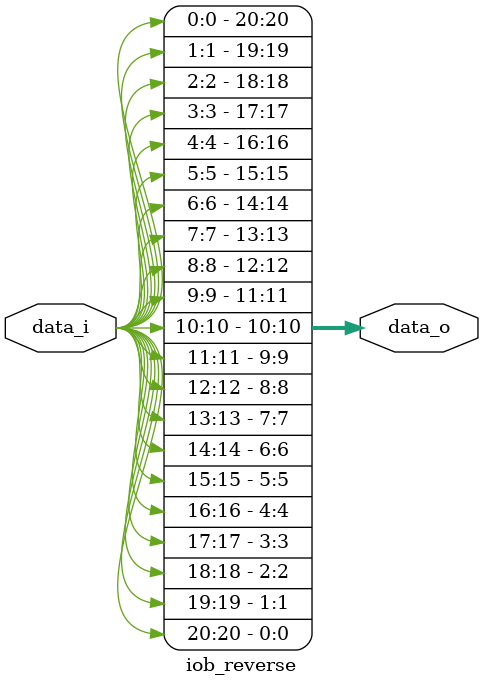
<source format=v>

`timescale 1ns / 1ps

module iob_reverse #(
   parameter DATA_W = 21
) (
   input  [DATA_W-1:0] data_i,
   output [DATA_W-1:0] data_o
);

   genvar pos;
   generate
      for (pos = 0; pos < DATA_W; pos = pos + 1) begin : reverse
         assign data_o[pos] = data_i[(DATA_W-1)-pos];
      end
   endgenerate

endmodule

</source>
